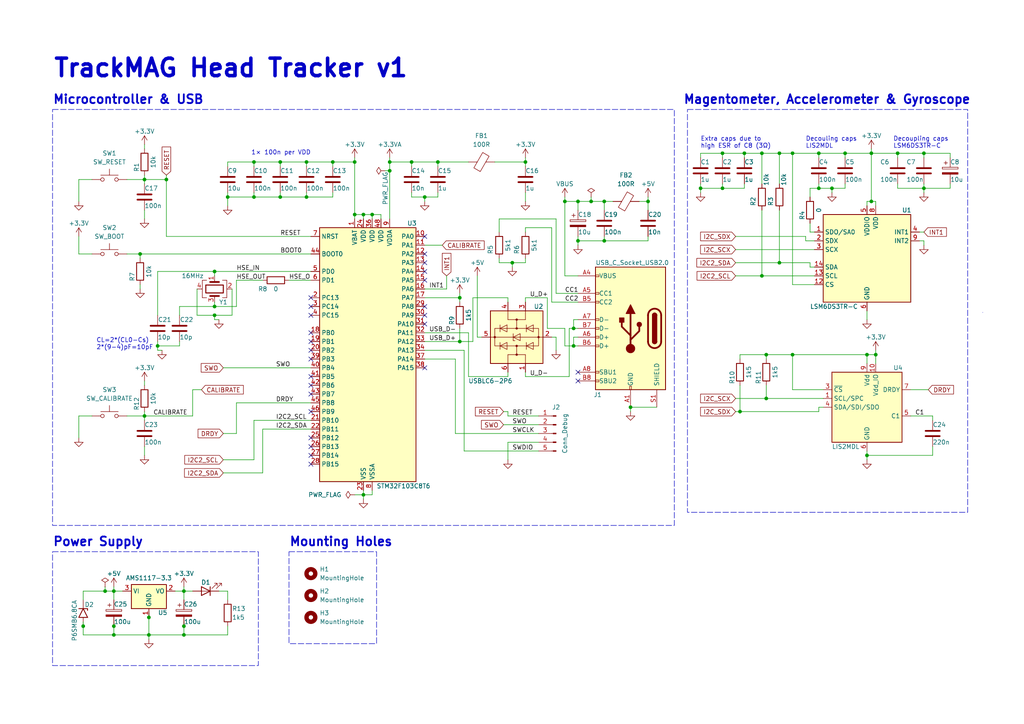
<source format=kicad_sch>
(kicad_sch (version 20230121) (generator eeschema)
  (paper "A4")
  (title_block (title "TrackMAG") (date "2023-10-06") (rev "1") (company "mupf.dev"))
  (junction (at 30.48 171.45))
  (junction (at 53.34 184.15))
  (junction (at 62.23 78.74))
  (junction (at 209.55 44.45))
  (junction (at 62.23 91.44))
  (junction (at 182.88 118.11))
  (junction (at 148.59 76.2))
  (junction (at 209.55 54.61))
  (junction (at 229.87 44.45))
  (junction (at 133.35 99.06))
  (junction (at 152.4 46.99))
  (junction (at 43.18 184.15))
  (junction (at 222.25 102.87))
  (junction (at 245.11 44.45))
  (junction (at 43.18 179.07))
  (junction (at 105.41 143.51))
  (junction (at 33.02 171.45))
  (junction (at 175.26 58.42))
  (junction (at 203.2 54.61))
  (junction (at 226.06 44.45))
  (junction (at 220.98 44.45))
  (junction (at 41.91 52.07))
  (junction (at 166.37 100.33))
  (junction (at 251.46 102.87))
  (junction (at 33.02 181.61))
  (junction (at 222.25 115.57))
  (junction (at 81.28 46.99))
  (junction (at 251.46 132.08))
  (junction (at 105.41 62.23))
  (junction (at 33.02 184.15))
  (junction (at 167.64 58.42))
  (junction (at 226.06 76.2))
  (junction (at 237.49 54.61))
  (junction (at 175.26 69.85))
  (junction (at 107.95 62.23))
  (junction (at 53.34 171.45))
  (junction (at 267.97 54.61))
  (junction (at 40.64 73.66))
  (junction (at 254 102.87))
  (junction (at 45.72 100.33))
  (junction (at 252.73 44.45))
  (junction (at 123.19 57.15))
  (junction (at 73.66 57.15))
  (junction (at 127 46.99))
  (junction (at 252.73 58.42))
  (junction (at 113.03 49.53))
  (junction (at 24.13 181.61))
  (junction (at 187.96 58.42))
  (junction (at 229.87 102.87))
  (junction (at 260.35 44.45))
  (junction (at 166.37 95.25))
  (junction (at 88.9 57.15))
  (junction (at 237.49 44.45))
  (junction (at 96.52 46.99))
  (junction (at 133.35 86.36))
  (junction (at 163.83 58.42))
  (junction (at 53.34 181.61))
  (junction (at 66.04 57.15))
  (junction (at 241.3 54.61))
  (junction (at 102.87 46.99))
  (junction (at 214.63 119.38))
  (junction (at 41.91 120.65))
  (junction (at 215.9 44.45))
  (junction (at 88.9 46.99))
  (junction (at 267.97 44.45))
  (junction (at 62.23 88.9))
  (junction (at 73.66 46.99))
  (junction (at 167.64 69.85))
  (junction (at 113.03 46.99))
  (junction (at 119.38 46.99))
  (junction (at 171.45 58.42))
  (junction (at 48.26 52.07))
  (junction (at 220.98 80.01))
  (junction (at 102.87 62.23))
  (junction (at 81.28 57.15))
  (no_connect (at 123.19 68.58))
  (no_connect (at 90.17 132.08))
  (no_connect (at 90.17 109.22))
  (no_connect (at 123.19 78.74))
  (no_connect (at 90.17 91.44))
  (no_connect (at 90.17 96.52))
  (no_connect (at 123.19 91.44))
  (no_connect (at 167.64 110.49))
  (no_connect (at 90.17 104.14))
  (no_connect (at 123.19 93.98))
  (no_connect (at 167.64 107.95))
  (no_connect (at 90.17 101.6))
  (no_connect (at 90.17 86.36))
  (no_connect (at 90.17 99.06))
  (no_connect (at 123.19 81.28))
  (no_connect (at 123.19 73.66))
  (no_connect (at 123.19 88.9))
  (no_connect (at 90.17 127))
  (no_connect (at 90.17 111.76))
  (no_connect (at 90.17 134.62))
  (no_connect (at 90.17 114.3))
  (no_connect (at 123.19 76.2))
  (no_connect (at 90.17 88.9))
  (no_connect (at 90.17 119.38))
  (no_connect (at 90.17 129.54))
  (no_connect (at 123.19 106.68))
  (wire (pts (xy 41.91 52.07) (xy 41.91 53.34)))
  (wire (pts (xy 229.87 113.03) (xy 229.87 102.87)))
  (wire (pts (xy 96.52 48.26) (xy 96.52 46.99)))
  (wire (pts (xy 152.4 55.88) (xy 152.4 58.42)))
  (wire (pts (xy 64.77 125.73) (xy 68.58 125.73)))
  (wire (pts (xy 237.49 44.45) (xy 237.49 45.72)))
  (wire (pts (xy 238.76 118.11) (xy 237.49 118.11)))
  (wire (pts (xy 167.64 68.58) (xy 167.64 69.85)))
  (wire (pts (xy 275.59 53.34) (xy 275.59 54.61)))
  (wire (pts (xy 254 105.41) (xy 254 102.87)))
  (wire (pts (xy 123.19 57.15) (xy 127 57.15)))
  (wire (pts (xy 220.98 53.34) (xy 220.98 44.45)))
  (wire (pts (xy 167.64 80.01) (xy 163.83 80.01)))
  (wire (pts (xy 215.9 53.34) (xy 215.9 54.61)))
  (wire (pts (xy 88.9 57.15) (xy 96.52 57.15)))
  (wire (pts (xy 175.26 58.42) (xy 175.26 60.96)))
  (wire (pts (xy 105.41 62.23) (xy 107.95 62.23)))
  (wire (pts (xy 24.13 173.99) (xy 24.13 171.45)))
  (wire (pts (xy 167.64 87.63) (xy 160.02 87.63)))
  (wire (pts (xy 135.89 109.22) (xy 147.32 109.22)))
  (wire (pts (xy 76.2 124.46) (xy 90.17 124.46)))
  (wire (pts (xy 105.41 142.24) (xy 105.41 143.51)))
  (wire (pts (xy 113.03 46.99) (xy 113.03 49.53)))
  (wire (pts (xy 33.02 173.99) (xy 33.02 171.45)))
  (wire (pts (xy 166.37 92.71) (xy 167.64 92.71)))
  (wire (pts (xy 41.91 119.38) (xy 41.91 120.65)))
  (wire (pts (xy 105.41 62.23) (xy 105.41 63.5)))
  (wire (pts (xy 237.49 119.38) (xy 237.49 118.11)))
  (wire (pts (xy 57.15 83.82) (xy 57.15 91.44)))
  (wire (pts (xy 234.95 64.77) (xy 234.95 67.31)))
  (wire (pts (xy 213.36 72.39) (xy 236.22 72.39)))
  (wire (pts (xy 41.91 50.8) (xy 41.91 52.07)))
  (wire (pts (xy 167.64 58.42) (xy 171.45 58.42)))
  (wire (pts (xy 245.11 44.45) (xy 245.11 45.72)))
  (wire (pts (xy 129.54 80.01) (xy 129.54 83.82)))
  (wire (pts (xy 214.63 119.38) (xy 237.49 119.38)))
  (wire (pts (xy 40.64 73.66) (xy 40.64 74.93)))
  (wire (pts (xy 107.95 62.23) (xy 107.95 63.5)))
  (wire (pts (xy 275.59 44.45) (xy 275.59 45.72)))
  (wire (pts (xy 233.68 68.58) (xy 213.36 68.58)))
  (wire (pts (xy 215.9 44.45) (xy 220.98 44.45)))
  (wire (pts (xy 158.75 95.25) (xy 163.83 95.25)))
  (wire (pts (xy 147.32 128.27) (xy 156.21 128.27)))
  (wire (pts (xy 96.52 46.99) (xy 88.9 46.99)))
  (wire (pts (xy 251.46 132.08) (xy 270.51 132.08)))
  (wire (pts (xy 146.05 119.38) (xy 147.32 119.38)))
  (wire (pts (xy 166.37 95.25) (xy 167.64 95.25)))
  (wire (pts (xy 22.86 52.07) (xy 22.86 58.42)))
  (wire (pts (xy 233.68 69.85) (xy 233.68 68.58)))
  (wire (pts (xy 43.18 184.15) (xy 53.34 184.15)))
  (wire (pts (xy 163.83 100.33) (xy 166.37 100.33)))
  (wire (pts (xy 252.73 58.42) (xy 254 58.42)))
  (wire (pts (xy 160.02 66.04) (xy 152.4 66.04)))
  (wire (pts (xy 64.77 137.16) (xy 76.2 137.16)))
  (wire (pts (xy 226.06 44.45) (xy 229.87 44.45)))
  (wire (pts (xy 36.83 120.65) (xy 41.91 120.65)))
  (wire (pts (xy 229.87 102.87) (xy 251.46 102.87)))
  (wire (pts (xy 45.72 78.74) (xy 45.72 91.44)))
  (wire (pts (xy 73.66 46.99) (xy 66.04 46.99)))
  (wire (pts (xy 209.55 44.45) (xy 203.2 44.45)))
  (wire (pts (xy 68.58 125.73) (xy 68.58 116.84)))
  (wire (pts (xy 123.19 83.82) (xy 129.54 83.82)))
  (wire (pts (xy 163.83 58.42) (xy 163.83 80.01)))
  (wire (pts (xy 251.46 102.87) (xy 251.46 105.41)))
  (wire (pts (xy 132.08 125.73) (xy 132.08 104.14)))
  (wire (pts (xy 45.72 78.74) (xy 62.23 78.74)))
  (wire (pts (xy 73.66 57.15) (xy 81.28 57.15)))
  (wire (pts (xy 147.32 119.38) (xy 147.32 120.65)))
  (wire (pts (xy 43.18 184.15) (xy 43.18 185.42)))
  (wire (pts (xy 163.83 57.15) (xy 163.83 58.42)))
  (wire (pts (xy 264.16 120.65) (xy 270.51 120.65)))
  (wire (pts (xy 81.28 55.88) (xy 81.28 57.15)))
  (wire (pts (xy 53.34 170.18) (xy 53.34 171.45)))
  (wire (pts (xy 138.43 80.01) (xy 138.43 97.79)))
  (wire (pts (xy 45.72 100.33) (xy 52.07 100.33)))
  (wire (pts (xy 123.19 71.12) (xy 128.27 71.12)))
  (wire (pts (xy 45.72 99.06) (xy 45.72 100.33)))
  (wire (pts (xy 102.87 62.23) (xy 102.87 63.5)))
  (wire (pts (xy 160.02 97.79) (xy 161.29 97.79)))
  (wire (pts (xy 251.46 58.42) (xy 251.46 59.69)))
  (wire (pts (xy 134.62 101.6) (xy 134.62 130.81)))
  (wire (pts (xy 81.28 57.15) (xy 88.9 57.15)))
  (wire (pts (xy 123.19 99.06) (xy 133.35 99.06)))
  (wire (pts (xy 73.66 55.88) (xy 73.66 57.15)))
  (wire (pts (xy 36.83 73.66) (xy 40.64 73.66)))
  (wire (pts (xy 62.23 78.74) (xy 90.17 78.74)))
  (wire (pts (xy 41.91 52.07) (xy 48.26 52.07)))
  (wire (pts (xy 241.3 54.61) (xy 237.49 54.61)))
  (wire (pts (xy 215.9 44.45) (xy 215.9 45.72)))
  (wire (pts (xy 222.25 115.57) (xy 238.76 115.57)))
  (wire (pts (xy 133.35 86.36) (xy 133.35 87.63)))
  (wire (pts (xy 251.46 90.17) (xy 251.46 92.71)))
  (wire (pts (xy 67.31 91.44) (xy 67.31 83.82)))
  (wire (pts (xy 175.26 58.42) (xy 177.8 58.42)))
  (wire (pts (xy 55.88 120.65) (xy 41.91 120.65)))
  (wire (pts (xy 236.22 82.55) (xy 229.87 82.55)))
  (wire (pts (xy 127 46.99) (xy 135.89 46.99)))
  (wire (pts (xy 161.29 97.79) (xy 161.29 101.6)))
  (wire (pts (xy 110.49 62.23) (xy 110.49 63.5)))
  (wire (pts (xy 22.86 52.07) (xy 26.67 52.07)))
  (wire (pts (xy 107.95 62.23) (xy 110.49 62.23)))
  (wire (pts (xy 187.96 68.58) (xy 187.96 69.85)))
  (wire (pts (xy 53.34 171.45) (xy 53.34 173.99)))
  (wire (pts (xy 113.03 46.99) (xy 119.38 46.99)))
  (wire (pts (xy 66.04 55.88) (xy 66.04 57.15)))
  (wire (pts (xy 233.68 69.85) (xy 236.22 69.85)))
  (wire (pts (xy 152.4 87.63) (xy 152.4 86.36)))
  (wire (pts (xy 234.95 76.2) (xy 234.95 77.47)))
  (wire (pts (xy 102.87 62.23) (xy 105.41 62.23)))
  (wire (pts (xy 102.87 45.72) (xy 102.87 46.99)))
  (wire (pts (xy 187.96 57.15) (xy 187.96 58.42)))
  (wire (pts (xy 209.55 54.61) (xy 209.55 53.34)))
  (wire (pts (xy 158.75 86.36) (xy 158.75 95.25)))
  (wire (pts (xy 152.4 46.99) (xy 152.4 48.26)))
  (wire (pts (xy 81.28 46.99) (xy 73.66 46.99)))
  (wire (pts (xy 234.95 67.31) (xy 236.22 67.31)))
  (wire (pts (xy 64.77 133.35) (xy 73.66 133.35)))
  (wire (pts (xy 214.63 102.87) (xy 222.25 102.87)))
  (wire (pts (xy 214.63 111.76) (xy 214.63 119.38)))
  (wire (pts (xy 171.45 58.42) (xy 175.26 58.42)))
  (wire (pts (xy 22.86 120.65) (xy 22.86 127)))
  (wire (pts (xy 133.35 95.25) (xy 133.35 99.06)))
  (wire (pts (xy 245.11 44.45) (xy 252.73 44.45)))
  (wire (pts (xy 171.45 57.15) (xy 171.45 58.42)))
  (wire (pts (xy 57.15 91.44) (xy 62.23 91.44)))
  (wire (pts (xy 220.98 80.01) (xy 236.22 80.01)))
  (wire (pts (xy 68.58 81.28) (xy 76.2 81.28)))
  (wire (pts (xy 76.2 137.16) (xy 76.2 124.46)))
  (wire (pts (xy 55.88 113.03) (xy 55.88 120.65)))
  (wire (pts (xy 187.96 60.96) (xy 187.96 58.42)))
  (wire (pts (xy 237.49 44.45) (xy 245.11 44.45)))
  (wire (pts (xy 167.64 58.42) (xy 167.64 60.96)))
  (wire (pts (xy 175.26 69.85) (xy 175.26 68.58)))
  (wire (pts (xy 254 101.6) (xy 254 102.87)))
  (wire (pts (xy 226.06 53.34) (xy 226.06 44.45)))
  (wire (pts (xy 152.4 109.22) (xy 152.4 107.95)))
  (wire (pts (xy 147.32 128.27) (xy 147.32 133.35)))
  (wire (pts (xy 107.95 142.24) (xy 107.95 143.51)))
  (wire (pts (xy 147.32 86.36) (xy 147.32 87.63)))
  (wire (pts (xy 119.38 46.99) (xy 127 46.99)))
  (wire (pts (xy 62.23 87.63) (xy 62.23 88.9)))
  (wire (pts (xy 52.07 88.9) (xy 52.07 91.44)))
  (wire (pts (xy 156.21 125.73) (xy 132.08 125.73)))
  (wire (pts (xy 22.86 120.65) (xy 26.67 120.65)))
  (wire (pts (xy 62.23 78.74) (xy 62.23 80.01)))
  (wire (pts (xy 123.19 86.36) (xy 133.35 86.36)))
  (wire (pts (xy 251.46 130.81) (xy 251.46 132.08)))
  (wire (pts (xy 135.89 96.52) (xy 135.89 109.22)))
  (wire (pts (xy 209.55 44.45) (xy 215.9 44.45)))
  (wire (pts (xy 133.35 99.06) (xy 137.16 99.06)))
  (wire (pts (xy 43.18 179.07) (xy 43.18 184.15)))
  (wire (pts (xy 167.64 69.85) (xy 167.64 71.12)))
  (wire (pts (xy 123.19 57.15) (xy 123.19 58.42)))
  (wire (pts (xy 33.02 170.18) (xy 33.02 171.45)))
  (wire (pts (xy 88.9 46.99) (xy 81.28 46.99)))
  (wire (pts (xy 68.58 88.9) (xy 68.58 81.28)))
  (wire (pts (xy 30.48 170.18) (xy 30.48 171.45)))
  (wire (pts (xy 146.05 123.19) (xy 156.21 123.19)))
  (wire (pts (xy 58.42 113.03) (xy 55.88 113.03)))
  (wire (pts (xy 62.23 91.44) (xy 67.31 91.44)))
  (wire (pts (xy 66.04 181.61) (xy 66.04 184.15)))
  (wire (pts (xy 52.07 88.9) (xy 62.23 88.9)))
  (wire (pts (xy 252.73 44.45) (xy 252.73 58.42)))
  (wire (pts (xy 123.19 101.6) (xy 134.62 101.6)))
  (wire (pts (xy 30.48 171.45) (xy 33.02 171.45)))
  (wire (pts (xy 226.06 60.96) (xy 226.06 76.2)))
  (wire (pts (xy 220.98 44.45) (xy 226.06 44.45)))
  (wire (pts (xy 213.36 119.38) (xy 214.63 119.38)))
  (wire (pts (xy 260.35 44.45) (xy 260.35 45.72)))
  (wire (pts (xy 63.5 171.45) (xy 66.04 171.45)))
  (wire (pts (xy 62.23 91.44) (xy 62.23 92.71)))
  (wire (pts (xy 53.34 171.45) (xy 55.88 171.45)))
  (wire (pts (xy 134.62 130.81) (xy 156.21 130.81)))
  (wire (pts (xy 45.72 100.33) (xy 45.72 101.6)))
  (wire (pts (xy 213.36 76.2) (xy 226.06 76.2)))
  (wire (pts (xy 222.25 102.87) (xy 222.25 104.14)))
  (wire (pts (xy 66.04 46.99) (xy 66.04 48.26)))
  (wire (pts (xy 105.41 143.51) (xy 107.95 143.51)))
  (wire (pts (xy 266.7 69.85) (xy 267.97 69.85)))
  (wire (pts (xy 66.04 57.15) (xy 73.66 57.15)))
  (wire (pts (xy 137.16 86.36) (xy 137.16 99.06)))
  (wire (pts (xy 43.18 177.8) (xy 43.18 179.07)))
  (wire (pts (xy 66.04 171.45) (xy 66.04 173.99)))
  (wire (pts (xy 127 55.88) (xy 127 57.15)))
  (wire (pts (xy 226.06 76.2) (xy 234.95 76.2)))
  (wire (pts (xy 41.91 110.49) (xy 41.91 111.76)))
  (wire (pts (xy 119.38 55.88) (xy 119.38 57.15)))
  (wire (pts (xy 267.97 54.61) (xy 267.97 53.34)))
  (wire (pts (xy 144.78 63.5) (xy 161.29 63.5)))
  (wire (pts (xy 270.51 129.54) (xy 270.51 132.08)))
  (wire (pts (xy 161.29 85.09) (xy 167.64 85.09)))
  (wire (pts (xy 33.02 181.61) (xy 33.02 184.15)))
  (wire (pts (xy 138.43 97.79) (xy 139.7 97.79)))
  (wire (pts (xy 144.78 76.2) (xy 148.59 76.2)))
  (wire (pts (xy 144.78 74.93) (xy 144.78 76.2)))
  (wire (pts (xy 81.28 46.99) (xy 81.28 48.26)))
  (wire (pts (xy 83.82 81.28) (xy 90.17 81.28)))
  (wire (pts (xy 33.02 184.15) (xy 24.13 184.15)))
  (wire (pts (xy 213.36 80.01) (xy 220.98 80.01)))
  (wire (pts (xy 209.55 44.45) (xy 209.55 45.72)))
  (wire (pts (xy 102.87 46.99) (xy 102.87 62.23)))
  (wire (pts (xy 251.46 132.08) (xy 251.46 133.35)))
  (wire (pts (xy 187.96 58.42) (xy 185.42 58.42)))
  (wire (pts (xy 48.26 68.58) (xy 90.17 68.58)))
  (wire (pts (xy 33.02 180.34) (xy 33.02 181.61)))
  (wire (pts (xy 152.4 45.72) (xy 152.4 46.99)))
  (wire (pts (xy 260.35 54.61) (xy 267.97 54.61)))
  (wire (pts (xy 40.64 82.55) (xy 40.64 83.82)))
  (wire (pts (xy 264.16 113.03) (xy 269.24 113.03)))
  (wire (pts (xy 251.46 102.87) (xy 254 102.87)))
  (wire (pts (xy 102.87 143.51) (xy 105.41 143.51)))
  (wire (pts (xy 41.91 60.96) (xy 41.91 63.5)))
  (wire (pts (xy 147.32 109.22) (xy 147.32 107.95)))
  (wire (pts (xy 53.34 184.15) (xy 53.34 181.61)))
  (wire (pts (xy 161.29 63.5) (xy 161.29 85.09)))
  (wire (pts (xy 137.16 86.36) (xy 147.32 86.36)))
  (wire (pts (xy 152.4 74.93) (xy 152.4 76.2)))
  (wire (pts (xy 113.03 49.53) (xy 113.03 63.5)))
  (wire (pts (xy 237.49 53.34) (xy 237.49 54.61)))
  (wire (pts (xy 33.02 184.15) (xy 43.18 184.15)))
  (wire (pts (xy 229.87 82.55) (xy 229.87 44.45)))
  (wire (pts (xy 270.51 121.92) (xy 270.51 120.65)))
  (wire (pts (xy 62.23 92.71) (xy 63.5 92.71)))
  (wire (pts (xy 203.2 54.61) (xy 209.55 54.61)))
  (wire (pts (xy 241.3 54.61) (xy 245.11 54.61)))
  (wire (pts (xy 166.37 100.33) (xy 167.64 100.33)))
  (wire (pts (xy 267.97 69.85) (xy 267.97 71.12)))
  (wire (pts (xy 40.64 73.66) (xy 90.17 73.66)))
  (wire (pts (xy 133.35 85.09) (xy 133.35 86.36)))
  (wire (pts (xy 267.97 54.61) (xy 267.97 55.88)))
  (wire (pts (xy 147.32 120.65) (xy 156.21 120.65)))
  (wire (pts (xy 48.26 52.07) (xy 48.26 68.58)))
  (wire (pts (xy 24.13 171.45) (xy 30.48 171.45)))
  (wire (pts (xy 222.25 111.76) (xy 222.25 115.57)))
  (wire (pts (xy 214.63 104.14) (xy 214.63 102.87)))
  (wire (pts (xy 238.76 113.03) (xy 229.87 113.03)))
  (wire (pts (xy 68.58 116.84) (xy 90.17 116.84)))
  (wire (pts (xy 96.52 55.88) (xy 96.52 57.15)))
  (wire (pts (xy 41.91 129.54) (xy 41.91 132.08)))
  (wire (pts (xy 52.07 100.33) (xy 52.07 99.06)))
  (wire (pts (xy 267.97 44.45) (xy 275.59 44.45)))
  (wire (pts (xy 41.91 41.91) (xy 41.91 43.18)))
  (wire (pts (xy 252.73 58.42) (xy 251.46 58.42)))
  (wire (pts (xy 252.73 44.45) (xy 260.35 44.45)))
  (wire (pts (xy 24.13 181.61) (xy 24.13 184.15)))
  (wire (pts (xy 203.2 44.45) (xy 203.2 45.72)))
  (wire (pts (xy 182.88 118.11) (xy 190.5 118.11)))
  (wire (pts (xy 113.03 45.72) (xy 113.03 46.99)))
  (wire (pts (xy 123.19 104.14) (xy 132.08 104.14)))
  (wire (pts (xy 187.96 69.85) (xy 175.26 69.85)))
  (wire (pts (xy 166.37 92.71) (xy 166.37 95.25)))
  (wire (pts (xy 105.41 143.51) (xy 105.41 144.78)))
  (wire (pts (xy 143.51 46.99) (xy 152.4 46.99)))
  (wire (pts (xy 45.72 101.6) (xy 46.99 101.6)))
  (wire (pts (xy 260.35 53.34) (xy 260.35 54.61)))
  (wire (pts (xy 48.26 50.8) (xy 48.26 52.07)))
  (wire (pts (xy 167.64 69.85) (xy 175.26 69.85)))
  (wire (pts (xy 182.88 119.38) (xy 182.88 118.11)))
  (wire (pts (xy 165.1 95.25) (xy 166.37 95.25)))
  (wire (pts (xy 254 59.69) (xy 254 58.42)))
  (wire (pts (xy 152.4 66.04) (xy 152.4 67.31)))
  (wire (pts (xy 96.52 46.99) (xy 102.87 46.99)))
  (wire (pts (xy 275.59 54.61) (xy 267.97 54.61)))
  (wire (pts (xy 66.04 57.15) (xy 66.04 59.69)))
  (wire (pts (xy 241.3 54.61) (xy 241.3 55.88)))
  (wire (pts (xy 234.95 57.15) (xy 234.95 54.61)))
  (wire (pts (xy 22.86 73.66) (xy 26.67 73.66)))
  (wire (pts (xy 260.35 44.45) (xy 267.97 44.45)))
  (wire (pts (xy 36.83 52.07) (xy 41.91 52.07)))
  (wire (pts (xy 203.2 54.61) (xy 203.2 55.88)))
  (wire (pts (xy 53.34 180.34) (xy 53.34 181.61)))
  (wire (pts (xy 220.98 60.96) (xy 220.98 80.01)))
  (wire (pts (xy 152.4 86.36) (xy 158.75 86.36)))
  (wire (pts (xy 111.76 49.53) (xy 113.03 49.53)))
  (wire (pts (xy 73.66 133.35) (xy 73.66 121.92)))
  (wire (pts (xy 234.95 54.61) (xy 237.49 54.61)))
  (wire (pts (xy 213.36 115.57) (xy 222.25 115.57)))
  (wire (pts (xy 252.73 43.18) (xy 252.73 44.45)))
  (wire (pts (xy 123.19 57.15) (xy 119.38 57.15)))
  (wire (pts (xy 266.7 67.31) (xy 267.97 67.31)))
  (wire (pts (xy 24.13 180.34) (xy 24.13 181.61)))
  (wire (pts (xy 234.95 77.47) (xy 236.22 77.47)))
  (wire (pts (xy 165.1 109.22) (xy 165.1 95.25)))
  (wire (pts (xy 66.04 184.15) (xy 53.34 184.15)))
  (wire (pts (xy 64.77 106.68) (xy 90.17 106.68)))
  (wire (pts (xy 229.87 44.45) (xy 237.49 44.45)))
  (wire (pts (xy 163.83 95.25) (xy 163.83 100.33)))
  (wire (pts (xy 73.66 121.92) (xy 90.17 121.92)))
  (wire (pts (xy 127 46.99) (xy 127 48.26)))
  (wire (pts (xy 222.25 102.87) (xy 229.87 102.87)))
  (wire (pts (xy 33.02 171.45) (xy 35.56 171.45)))
  (wire (pts (xy 148.59 76.2) (xy 152.4 76.2)))
  (wire (pts (xy 73.66 46.99) (xy 73.66 48.26)))
  (wire (pts (xy 160.02 87.63) (xy 160.02 66.04)))
  (wire (pts (xy 22.86 68.58) (xy 22.86 73.66)))
  (wire (pts (xy 215.9 54.61) (xy 209.55 54.61)))
  (wire (pts (xy 267.97 44.45) (xy 267.97 45.72)))
  (wire (pts (xy 166.37 97.79) (xy 166.37 100.33)))
  (wire (pts (xy 167.64 97.79) (xy 166.37 97.79)))
  (wire (pts (xy 144.78 67.31) (xy 144.78 63.5)))
  (wire (pts (xy 203.2 53.34) (xy 203.2 54.61)))
  (wire (pts (xy 152.4 109.22) (xy 165.1 109.22)))
  (wire (pts (xy 245.11 53.34) (xy 245.11 54.61)))
  (wire (pts (xy 119.38 46.99) (xy 119.38 48.26)))
  (wire (pts (xy 41.91 120.65) (xy 41.91 121.92)))
  (wire (pts (xy 88.9 55.88) (xy 88.9 57.15)))
  (wire (pts (xy 50.8 171.45) (xy 53.34 171.45)))
  (wire (pts (xy 163.83 58.42) (xy 167.64 58.42)))
  (wire (pts (xy 62.23 88.9) (xy 68.58 88.9)))
  (wire (pts (xy 148.59 76.2) (xy 148.59 77.47)))
  (wire (pts (xy 123.19 96.52) (xy 135.89 96.52)))
  (wire (pts (xy 88.9 46.99) (xy 88.9 48.26)))
  (rectangle (start 15.24 160.02) (end 74.93 193.04) (stroke (width 0) (type dash)))
  (rectangle (start 199.39 31.75) (end 280.67 148.59) (stroke (width 0) (type dash)))
  (rectangle (start 83.82 160.02) (end 109.22 186.69) (stroke (width 0) (type dash)))
  (rectangle (start 285.0388 90.6272) (end 285.0388 90.6272))
  (rectangle (start 15.24 31.75) (end 195.58 152.4) (stroke (width 0) (type dash)))
  (text "Microcontroller & USB" (at 15.24 30.48 0) (effects (font (size 2.54 2.54) bold) (justify left bottom)))
  (text "Power Supply" (at 15.24 158.75 0) (effects (font (size 2.54 2.54) bold) (justify left bottom)))
  (text "TrackMAG Head Tracker v1" (at 15.24 22.86 0) (effects (font (size 5.08 5.08) bold) (justify left bottom)))
  (text "1× 100n per VDD" (at 72.8472 45.1104 0) (effects (font (size 1.27 1.27)) (justify left bottom)))
  (text "CL=2*(CL0-Cs)\n2*(9-4)pF=10pF" (at 27.94 101.6 0) (effects (font (size 1.27 1.27)) (justify left bottom)))
  (text "Decoupling caps\nLSM6DS3TR-C" (at 259.08 43.18 0) (effects (font (size 1.27 1.27)) (justify left bottom)))
  (text "Decouling caps\nLIS2MDL" (at 233.68 43.18 0) (effects (font (size 1.27 1.27)) (justify left bottom)))
  (text "Magentometer, Accelerometer & Gyroscope" (at 198.12 30.48 0) (effects (font (size 2.54 2.54) bold) (justify left bottom)))
  (text "Mounting Holes" (at 83.82 158.75 0) (effects (font (size 2.54 2.54) bold) (justify left bottom)))
  (text "Extra caps due to\nhigh ESR of C8 (3Ω)" (at 203.2 43.18 0) (effects (font (size 1.27 1.27)) (justify left bottom)))
  (label "USB_D-" (at 124.46 96.52 0))
  (label "CALIBRATE" (at 44.45 120.65 0))
  (label "HSE_OUT" (at 68.58 81.28 0))
  (label "RESET" (at 81.28 68.58 0))
  (label "RESET" (at 148.59 120.65 0))
  (label "HSE_O" (at 83.82 81.28 0))
  (label "SWO" (at 148.59 123.19 0))
  (label "I2C2_SCL" (at 80.01 121.92 0))
  (label "I2C2_SDA" (at 80.01 124.46 0))
  (label "INT1" (at 124.46 83.82 0))
  (label "DRDY" (at 80.01 116.84 0))
  (label "CC1" (at 163.83 85.09 0))
  (label "CC2" (at 163.83 87.63 0))
  (label "BOOT0" (at 81.28 73.66 0))
  (label "C1" (at 265.43 120.65 0))
  (label "U_D-" (at 153.67 109.22 0))
  (label "USB_D+" (at 124.46 99.06 0))
  (label "SWDIO" (at 148.59 130.81 0))
  (label "SWCLK" (at 148.59 125.73 0))
  (label "SWO" (at 80.01 106.68 0))
  (label "U_D+" (at 153.67 86.36 0))
  (label "HSE_IN" (at 68.58 78.74 0))
  (global_label "I2C2_SDA" (shape input) (at 213.36 76.2 180) (property "Intersheetrefs" "${INTERSHEET_REFS}" (effects hide)))
  (global_label "RESET" (shape input) (at 146.05 119.38 180) (property "Intersheetrefs" "${INTERSHEET_REFS}" (effects hide)))
  (global_label "RESET" (shape input) (at 48.26 50.8 90) (property "Intersheetrefs" "${INTERSHEET_REFS}" (effects hide)))
  (global_label "INT1" (shape input) (at 129.54 80.01 90) (property "Intersheetrefs" "${INTERSHEET_REFS}" (effects hide)))
  (global_label "DRDY" (shape input) (at 64.77 125.73 180) (property "Intersheetrefs" "${INTERSHEET_REFS}" (effects hide)))
  (global_label "I2C2_SCL" (shape input) (at 64.77 133.35 180) (property "Intersheetrefs" "${INTERSHEET_REFS}" (effects hide)))
  (global_label "CALIBRATE" (shape input) (at 58.42 113.03 0) (property "Intersheetrefs" "${INTERSHEET_REFS}" (effects hide)))
  (global_label "SWO" (shape input) (at 64.77 106.68 180) (property "Intersheetrefs" "${INTERSHEET_REFS}" (effects hide)))
  (global_label "I2C_SCX" (shape input) (at 213.36 72.39 180) (property "Intersheetrefs" "${INTERSHEET_REFS}" (effects hide)))
  (global_label "DRDY" (shape input) (at 269.24 113.03 0) (property "Intersheetrefs" "${INTERSHEET_REFS}" (effects hide)))
  (global_label "I2C_SCX" (shape input) (at 213.36 115.57 180) (property "Intersheetrefs" "${INTERSHEET_REFS}" (effects hide)))
  (global_label "INT1" (shape input) (at 267.97 67.31 0) (property "Intersheetrefs" "${INTERSHEET_REFS}" (effects hide)))
  (global_label "I2C2_SDA" (shape input) (at 64.77 137.16 180) (property "Intersheetrefs" "${INTERSHEET_REFS}" (effects hide)))
  (global_label "I2C_SDX" (shape input) (at 213.36 119.38 180) (property "Intersheetrefs" "${INTERSHEET_REFS}" (effects hide)))
  (global_label "CALIBRATE" (shape input) (at 128.27 71.12 0) (property "Intersheetrefs" "${INTERSHEET_REFS}" (effects hide)))
  (global_label "I2C2_SCL" (shape input) (at 213.36 80.01 180) (property "Intersheetrefs" "${INTERSHEET_REFS}" (effects hide)))
  (global_label "I2C_SDX" (shape input) (at 213.36 68.58 180) (property "Intersheetrefs" "${INTERSHEET_REFS}" (effects hide)))
  (global_label "SWO" (shape input) (at 146.05 123.19 180) (property "Intersheetrefs" "${INTERSHEET_REFS}" (effects hide)))
  (symbol (lib_id "power:GND") (at 66.04 59.69 0) (unit 1)
    (property "Reference" "#PWR014" (effects hide))
    (property "Value" "GND" (effects hide))
  )
  (symbol (lib_id "Device:R") (at 40.64 78.74 180) (unit 1)
    (property "Reference" "R7" (at 38.354 80.264 90))
    (property "Value" "10k" (at 43.18 78.74 90))
    (property "Footprint" "TrackMAG:R_0402_1005Metric" (effects hide))
    (property "JLCPCB Part #" "C25744" (effects hide))
  )
  (symbol (lib_id "Device:C") (at 52.07 95.25 0) (unit 1)
    (property "Reference" "C22" (at 52.1716 92.71 0) (effects (justify left)))
    (property "Value" "10p" (at 52.07 97.79 0) (effects (justify left)))
    (property "Footprint" "TrackMAG:C_0402_1005Metric" (effects hide))
    (property "JLCPCB Part #" "C32949" (effects hide))
  )
  (symbol (lib_id "power:+3.3V") (at 53.34 170.18 0) (unit 1)
    (property "Reference" "#PWR037" (effects hide))
    (property "Value" "+3.3V" (at 53.34 166.37 0))
  )
  (symbol (lib_id "Device:C") (at 245.11 49.53 0) (unit 1)
    (property "Reference" "C5" (at 245.11 46.99 0) (effects (justify left)))
    (property "Value" "100n" (at 245.11 52.07 0) (effects (justify left)))
    (property "Footprint" "TrackMAG:C_0402_1005Metric" (effects hide))
    (property "JLCPCB Part #" "C307331" (effects hide))
  )
  (symbol (lib_id "LSM6DS3TR-C:LSM6DS3TR-C") (at 251.46 74.93 0) (unit 1)
    (property "Reference" "U1" (at 261.62 60.96 0) (effects (justify left)))
    (property "Value" "LSM6DS3TR-C" (at 234.95 88.9 0) (effects (justify left)))
    (property "Footprint" "TrackMAG:LGA-14_3x2.5mm_P0.5mm_LayoutBorder3x4y" (effects hide))
    (property "Datasheet" "https://www.st.com/resource/en/datasheet/lsm6ds3tr-c.pdf" (effects hide))
    (property "JLCPCB Part #" "C967633" (effects hide))
  )
  (symbol (lib_id "Sensor_Magnetic:LIS2MDL") (at 251.46 118.11 0) (unit 1)
    (property "Reference" "U4" (at 259.08 106.68 0) (effects (justify left)))
    (property "Value" "LIS2MDL" (at 241.3 129.54 0) (effects (justify left)))
    (property "Footprint" "TrackMAG:LGA-12_2x2mm_P0.5mm" (effects hide))
    (property "Datasheet" "https://www.st.com/resource/en/datasheet/lis2mdl.pdf" (effects hide))
    (property "JLCPCB Part #" "C919695" (effects hide))
  )
  (symbol (lib_id "power:VBUS") (at 163.83 57.15 0) (unit 1)
    (property "Reference" "#PWR09" (effects hide))
    (property "Value" "VBUS" (at 163.83 53.34 0))
  )
  (symbol (lib_id "power:GND") (at 43.18 185.42 0) (unit 1)
    (property "Reference" "#PWR038" (effects hide))
    (property "Value" "GND" (effects hide))
  )
  (symbol (lib_id "power:+3.3VA") (at 113.03 45.72 0) (unit 1)
    (property "Reference" "#PWR04" (effects hide))
    (property "Value" "+3.3VA" (at 113.03 41.91 0))
  )
  (symbol (lib_id "power:PWR_FLAG") (at 171.45 57.15 0) (unit 1)
    (property "Reference" "#FLG02" (effects hide))
    (property "Value" "PWR_FLAG" (effects hide))
  )
  (symbol (lib_id "power:GND") (at 251.46 92.71 0) (unit 1)
    (property "Reference" "#PWR024" (effects hide))
    (property "Value" "GND" (effects hide))
  )
  (symbol (lib_id "Mechanical:MountingHole") (at 90.17 172.72 0) (unit 1) (in_bom no)
    (property "Reference" "H2" (at 92.71 171.45 0) (effects (justify left)))
    (property "Value" "MountingHole" (at 92.71 173.99 0) (effects (justify left)))
    (property "Footprint" "MountingHole:MountingHole_2.1mm" (effects hide))
  )
  (symbol (lib_id "Device:R") (at 226.06 57.15 180) (unit 1)
    (property "Reference" "R3" (at 223.52 58.42 90))
    (property "Value" "10k" (at 227.33 52.07 90))
    (property "Footprint" "TrackMAG:R_0402_1005Metric" (effects hide))
    (property "JLCPCB Part #" "C25744" (effects hide))
  )
  (symbol (lib_id "Device:R") (at 152.4 71.12 180) (unit 1)
    (property "Reference" "R6" (at 149.86 72.39 90))
    (property "Value" "5k1" (at 154.94 71.12 90))
    (property "Footprint" "TrackMAG:R_0402_1005Metric" (effects hide))
    (property "JLCPCB Part #" "C25905 " (effects hide))
  )
  (symbol (lib_id "power:+3.3V") (at 152.4 45.72 0) (unit 1)
    (property "Reference" "#PWR05" (effects hide))
    (property "Value" "+3.3V" (at 152.4 41.91 0))
  )
  (symbol (lib_id "Device:C_Polarized") (at 275.59 49.53 0) (unit 1)
    (property "Reference" "C8" (at 275.59 46.99 0) (effects (justify left)))
    (property "Value" "10u" (at 275.59 52.07 0) (effects (justify left)))
    (property "Footprint" "Capacitor_Tantalum_SMD:CP_EIA-3216-18_Kemet-A" (effects hide))
    (property "JLCPCB Part #" "C7171" (effects hide))
  )
  (symbol (lib_id "Device:C") (at 209.55 49.53 0) (unit 1)
    (property "Reference" "C2" (at 209.55 46.99 0) (effects (justify left)))
    (property "Value" "1u" (at 209.55 52.07 0) (effects (justify left)))
    (property "Footprint" "TrackMAG:C_0402_1005Metric" (effects hide))
    (property "JLCPCB Part #" "C52923" (effects hide))
  )
  (symbol (lib_id "Device:C") (at 267.97 49.53 0) (unit 1)
    (property "Reference" "C7" (at 262.89 46.99 0) (effects (justify left)))
    (property "Value" "100n" (at 262.89 52.07 0) (effects (justify left)))
    (property "Footprint" "TrackMAG:C_0402_1005Metric" (effects hide))
    (property "JLCPCB Part #" "C307331" (effects hide))
  )
  (symbol (lib_id "Switch:SW_Push") (at 31.75 120.65 0) (unit 1)
    (property "Reference" "SW3" (at 31.75 113.03 0))
    (property "Value" "SW_CALIBRATE" (at 31.75 115.57 0))
    (property "Footprint" "TrackMAG:SW_Push_1P1T_XKB_TS-1187A_CALIBRATE" (effects hide))
    (property "JLCPCB Part #" "C318884" (effects hide))
  )
  (symbol (lib_id "power:PWR_FLAG") (at 102.87 143.51 90) (unit 1)
    (property "Reference" "#FLG03" (effects hide))
    (property "Value" "PWR_FLAG" (at 99.06 143.51 90) (effects (justify left)))
  )
  (symbol (lib_id "Device:C") (at 88.9 52.07 0) (unit 1)
    (property "Reference" "C12" (at 88.9 49.53 0) (effects (justify left)))
    (property "Value" "100n" (at 88.9 54.61 0) (effects (justify left)))
    (property "Footprint" "TrackMAG:C_0402_1005Metric" (effects hide))
    (property "JLCPCB Part #" "C307331" (effects hide))
  )
  (symbol (lib_id "power:GND") (at 46.99 101.6 0) (unit 1)
    (property "Reference" "#PWR026" (effects hide))
    (property "Value" "GND" (effects hide))
  )
  (symbol (lib_id "Device:C") (at 81.28 52.07 0) (unit 1)
    (property "Reference" "C11" (at 81.28 49.53 0) (effects (justify left)))
    (property "Value" "100n" (at 81.28 54.61 0) (effects (justify left)))
    (property "Footprint" "TrackMAG:C_0402_1005Metric" (effects hide))
    (property "JLCPCB Part #" "C307331" (effects hide))
  )
  (symbol (lib_id "Device:R") (at 144.78 71.12 180) (unit 1)
    (property "Reference" "R5" (at 142.24 72.39 90))
    (property "Value" "5k1" (at 147.32 71.12 90))
    (property "Footprint" "TrackMAG:R_0402_1005Metric" (effects hide))
    (property "JLCPCB Part #" "C25905 " (effects hide))
  )
  (symbol (lib_id "power:GND") (at 123.19 58.42 0) (unit 1)
    (property "Reference" "#PWR012" (effects hide))
    (property "Value" "GND" (effects hide))
  )
  (symbol (lib_id "power:+3.3V") (at 102.87 45.72 0) (unit 1)
    (property "Reference" "#PWR03" (effects hide))
    (property "Value" "+3.3V" (at 102.87 41.91 0))
  )
  (symbol (lib_id "Switch:SW_Push") (at 31.75 73.66 0) (unit 1)
    (property "Reference" "SW2" (at 31.75 66.04 0))
    (property "Value" "SW_BOOT" (at 31.75 68.58 0))
    (property "Footprint" "TrackMAG:SW_Push_1P1T_XKB_TS-1187A_BOOT" (effects hide))
    (property "JLCPCB Part #" "C318884" (effects hide))
  )
  (symbol (lib_id "Device:C") (at 41.91 57.15 0) (unit 1)
    (property "Reference" "C17" (at 41.91 54.61 0) (effects (justify left)))
    (property "Value" "100n" (at 41.91 59.69 0) (effects (justify left)))
    (property "Footprint" "TrackMAG:C_0402_1005Metric" (effects hide))
    (property "JLCPCB Part #" "C307331" (effects hide))
  )
  (symbol (lib_id "Device:R") (at 133.35 91.44 180) (unit 1)
    (property "Reference" "R9" (at 131.064 92.964 90))
    (property "Value" "1k5" (at 135.89 91.44 90))
    (property "Footprint" "TrackMAG:R_0402_1005Metric" (effects hide))
    (property "JLCPCB Part #" "C25867" (effects hide))
  )
  (symbol (lib_id "power:PWR_FLAG") (at 111.76 49.53 90) (unit 1)
    (property "Reference" "#FLG01" (effects hide))
    (property "Value" "PWR_FLAG" (at 111.76 54.61 0))
  )
  (symbol (lib_id "Device:C") (at 45.72 95.25 0) (unit 1)
    (property "Reference" "C21" (at 45.8216 92.71 0) (effects (justify left)))
    (property "Value" "10p" (at 45.72 97.79 0) (effects (justify left)))
    (property "Footprint" "TrackMAG:C_0402_1005Metric" (effects hide))
    (property "JLCPCB Part #" "C32949" (effects hide))
  )
  (symbol (lib_id "Device:R") (at 41.91 46.99 180) (unit 1)
    (property "Reference" "R1" (at 39.624 48.514 90))
    (property "Value" "10k" (at 44.45 46.99 90))
    (property "Footprint" "TrackMAG:R_0402_1005Metric" (effects hide))
    (property "JLCPCB Part #" "C25744" (effects hide))
  )
  (symbol (lib_id "power:+3.3V") (at 41.91 41.91 0) (unit 1)
    (property "Reference" "#PWR01" (effects hide))
    (property "Value" "+3.3V" (at 41.91 38.1 0))
  )
  (symbol (lib_id "power:GND") (at 147.32 133.35 0) (unit 1)
    (property "Reference" "#PWR033" (effects hide))
    (property "Value" "GND" (effects hide))
  )
  (symbol (lib_id "power:+3.3V") (at 22.86 68.58 0) (unit 1)
    (property "Reference" "#PWR016" (effects hide))
    (property "Value" "+3.3V" (at 22.86 64.77 0))
  )
  (symbol (lib_id "Mechanical:MountingHole") (at 90.17 166.37 0) (unit 1) (in_bom no)
    (property "Reference" "H1" (at 92.71 165.1 0) (effects (justify left)))
    (property "Value" "MountingHole" (at 92.71 167.64 0) (effects (justify left)))
    (property "Footprint" "MountingHole:MountingHole_2.1mm" (effects hide))
  )
  (symbol (lib_id "power:GND") (at 267.97 55.88 0) (unit 1)
    (property "Reference" "#PWR08" (effects hide))
    (property "Value" "GND" (effects hide))
  )
  (symbol (lib_id "Device:C") (at 260.35 49.53 0) (unit 1)
    (property "Reference" "C6" (at 255.27 46.99 0) (effects (justify left)))
    (property "Value" "100n" (at 255.27 52.07 0) (effects (justify left)))
    (property "Footprint" "TrackMAG:C_0402_1005Metric" (effects hide))
    (property "JLCPCB Part #" "C307331" (effects hide))
  )
  (symbol (lib_id "power:GND") (at 22.86 58.42 0) (unit 1)
    (property "Reference" "#PWR011" (effects hide))
    (property "Value" "GND" (effects hide))
  )
  (symbol (lib_id "Device:FerriteBead") (at 139.7 46.99 90) (unit 1)
    (property "Reference" "FB1" (at 139.6492 39.37 90))
    (property "Value" "100R" (at 139.6492 41.91 90))
    (property "Footprint" "Resistor_SMD:R_0805_2012Metric" (effects hide))
    (property "JLCPCB Part #" "C1015" (effects hide))
  )
  (symbol (lib_id "Device:C") (at 175.26 64.77 0) (unit 1)
    (property "Reference" "C19" (at 175.26 62.23 0) (effects (justify left)))
    (property "Value" "100n" (at 175.26 67.31 0) (effects (justify left)))
    (property "Footprint" "TrackMAG:C_0402_1005Metric" (effects hide))
    (property "JLCPCB Part #" "C307331" (effects hide))
  )
  (symbol (lib_id "Device:C_Polarized") (at 33.02 177.8 0) (unit 1)
    (property "Reference" "C25" (at 33.02 175.26 0) (effects (justify left)))
    (property "Value" "100u" (at 33.02 180.34 0) (effects (justify left)))
    (property "Footprint" "Capacitor_Tantalum_SMD:CP_EIA-3528-21_Kemet-B" (effects hide))
    (property "JLCPCB Part #" "C16133" (effects hide))
  )
  (symbol (lib_id "Diode:SM6T6V8A") (at 24.13 177.8 270) (unit 1)
    (property "Reference" "D2" (at 24.5364 175.3616 90) (effects (justify left)))
    (property "Value" "P6SMB6.8CA" (at 21.59 173.99 0) (effects (justify left)))
    (property "Footprint" "Diode_SMD:D_SMB" (effects hide))
    (property "Datasheet" "https://www.st.com/resource/en/datasheet/sm6t.pdf" (effects hide))
    (property "JLCPCB Part #" "C78395" (effects hide))
  )
  (symbol (lib_id "Connector:Conn_01x05_Pin") (at 161.29 125.73 0) (mirror y) (unit 1) (in_bom no)
    (property "Reference" "J2" (at 161.29 118.11 0))
    (property "Value" "Conn_Debug" (at 163.83 125.73 90))
    (property "Footprint" "TrackMAG:PinHeader_1x05_P2.54mm_Debug" (effects hide))
  )
  (symbol (lib_id "power:+3.3V") (at 133.35 85.09 0) (unit 1)
    (property "Reference" "#PWR021" (effects hide))
    (property "Value" "+3.3V" (at 133.35 81.28 0))
  )
  (symbol (lib_id "Device:LED") (at 59.69 171.45 180) (unit 1)
    (property "Reference" "D1" (at 59.69 168.91 0))
    (property "Value" "LED" (effects hide))
    (property "Footprint" "LED_SMD:LED_0603_1608Metric" (effects hide))
    (property "JLCPCB Part #" "C2286" (effects hide))
  )
  (symbol (lib_id "Device:C") (at 73.66 52.07 0) (unit 1)
    (property "Reference" "C10" (at 73.66 49.53 0) (effects (justify left)))
    (property "Value" "100n" (at 73.66 54.61 0) (effects (justify left)))
    (property "Footprint" "TrackMAG:C_0402_1005Metric" (effects hide))
    (property "JLCPCB Part #" "C307331" (effects hide))
  )
  (symbol (lib_id "Connector:USB_C_Receptacle_USB2.0") (at 182.88 95.25 0) (mirror y) (unit 1)
    (property "Reference" "J1" (at 172.1612 114.5032 0) (effects (justify right)))
    (property "Value" "USB_C_Socket_USB2.0" (at 172.72 76.2 0) (effects (justify right)))
    (property "Footprint" "TrackMAG:USB_C_Receptacle_G-Switch_GT-USB-7010ASV" (effects hide))
    (property "Datasheet" "https://www.usb.org/sites/default/files/documents/usb_type-c.zip" (effects hide))
    (property "JLCPCB Part #" "C2988369" (effects hide))
  )
  (symbol (lib_id "Device:R") (at 234.95 60.96 180) (unit 1)
    (property "Reference" "R4" (at 232.664 62.484 90))
    (property "Value" "0" (at 237.49 60.96 90))
    (property "Footprint" "TrackMAG:R_0402_1005Metric" (effects hide))
    (property "JLCPCB Part #" "C17168" (effects hide))
  )
  (symbol (lib_id "power:GND") (at 22.86 127 0) (unit 1)
    (property "Reference" "#PWR031" (effects hide))
    (property "Value" "GND" (effects hide))
  )
  (symbol (lib_id "power:+3.3V") (at 254 101.6 0) (unit 1)
    (property "Reference" "#PWR027" (effects hide))
    (property "Value" "+3.3V" (at 254 97.79 0))
  )
  (symbol (lib_id "power:GND") (at 152.4 58.42 0) (unit 1)
    (property "Reference" "#PWR013" (effects hide))
    (property "Value" "GND" (effects hide))
  )
  (symbol (lib_id "power:+5V") (at 33.02 170.18 0) (unit 1)
    (property "Reference" "#PWR036" (effects hide))
    (property "Value" "+5V" (at 33.02 166.37 0))
  )
  (symbol (lib_id "power:+3.3V") (at 41.91 110.49 0) (unit 1)
    (property "Reference" "#PWR029" (effects hide))
    (property "Value" "+3.3V" (at 41.91 106.68 0))
  )
  (symbol (lib_id "power:GND") (at 41.91 63.5 0) (unit 1)
    (property "Reference" "#PWR015" (effects hide))
    (property "Value" "GND" (effects hide))
  )
  (symbol (lib_id "Device:C") (at 41.91 125.73 0) (unit 1)
    (property "Reference" "C23" (at 41.91 123.19 0) (effects (justify left)))
    (property "Value" "100n" (at 41.91 128.27 0) (effects (justify left)))
    (property "Footprint" "TrackMAG:C_0402_1005Metric" (effects hide))
    (property "JLCPCB Part #" "C307331" (effects hide))
  )
  (symbol (lib_id "power:GND") (at 105.41 144.78 0) (unit 1)
    (property "Reference" "#PWR035" (effects hide))
    (property "Value" "GND" (effects hide))
  )
  (symbol (lib_id "Device:C_Polarized") (at 167.64 64.77 0) (unit 1)
    (property "Reference" "C18" (at 167.64 62.23 0) (effects (justify left)))
    (property "Value" "10u" (at 167.64 67.31 0) (effects (justify left)))
    (property "Footprint" "Capacitor_Tantalum_SMD:CP_EIA-3216-18_Kemet-A" (effects hide))
    (property "JLCPCB Part #" "C7171" (effects hide))
  )
  (symbol (lib_id "Device:C") (at 66.04 52.07 0) (unit 1)
    (property "Reference" "C9" (at 66.04 49.53 0) (effects (justify left)))
    (property "Value" "10u" (at 66.04 54.61 0) (effects (justify left)))
    (property "Footprint" "TrackMAG:C_0402_1005Metric" (effects hide))
    (property "JLCPCB Part #" "C15525" (effects hide))
  )
  (symbol (lib_id "Device:C") (at 203.2 49.53 0) (unit 1)
    (property "Reference" "C1" (at 203.2 46.99 0) (effects (justify left)))
    (property "Value" "1u" (at 203.2 52.07 0) (effects (justify left)))
    (property "Footprint" "TrackMAG:C_0402_1005Metric" (effects hide))
    (property "JLCPCB Part #" "C52923" (effects hide))
  )
  (symbol (lib_id "power:GND") (at 161.29 101.6 0) (unit 1)
    (property "Reference" "#PWR028" (effects hide))
    (property "Value" "GND" (effects hide))
  )
  (symbol (lib_id "Device:R") (at 214.63 107.95 180) (unit 1)
    (property "Reference" "R10" (at 212.344 109.474 90))
    (property "Value" "1k5" (at 217.17 107.95 90))
    (property "Footprint" "TrackMAG:R_0402_1005Metric" (effects hide))
    (property "JLCPCB Part #" "C25867" (effects hide))
  )
  (symbol (lib_id "power:+5V") (at 187.96 57.15 0) (unit 1)
    (property "Reference" "#PWR010" (effects hide))
    (property "Value" "+5V" (at 187.96 53.34 0))
  )
  (symbol (lib_id "power:PWR_FLAG") (at 30.48 170.18 0) (unit 1)
    (property "Reference" "#FLG04" (effects hide))
    (property "Value" "PWR_FLAG" (effects hide))
  )
  (symbol (lib_id "power:GND") (at 241.3 55.88 0) (unit 1)
    (property "Reference" "#PWR07" (effects hide))
    (property "Value" "GND" (effects hide))
  )
  (symbol (lib_id "power:GND") (at 40.64 83.82 0) (unit 1)
    (property "Reference" "#PWR020" (effects hide))
    (property "Value" "GND" (effects hide))
  )
  (symbol (lib_id "Device:R") (at 220.98 57.15 180) (unit 1)
    (property "Reference" "R2" (at 218.44 58.42 90))
    (property "Value" "10k" (at 222.25 52.07 90))
    (property "Footprint" "TrackMAG:R_0402_1005Metric" (effects hide))
    (property "JLCPCB Part #" "C25744" (effects hide))
  )
  (symbol (lib_id "Device:C") (at 96.52 52.07 0) (unit 1)
    (property "Reference" "C13" (at 96.52 49.53 0) (effects (justify left)))
    (property "Value" "100n" (at 96.52 54.61 0) (effects (justify left)))
    (property "Footprint" "TrackMAG:C_0402_1005Metric" (effects hide))
    (property "JLCPCB Part #" "C307331" (effects hide))
  )
  (symbol (lib_id "Device:R") (at 222.25 107.95 180) (unit 1)
    (property "Reference" "R11" (at 219.964 109.474 90))
    (property "Value" "1k5" (at 224.79 107.95 90))
    (property "Footprint" "TrackMAG:R_0402_1005Metric" (effects hide))
    (property "JLCPCB Part #" "C25867" (effects hide))
  )
  (symbol (lib_id "power:GND") (at 267.97 71.12 0) (unit 1)
    (property "Reference" "#PWR018" (effects hide))
    (property "Value" "GND" (effects hide))
  )
  (symbol (lib_id "Device:Crystal_GND24") (at 62.23 83.82 270) (unit 1)
    (property "Reference" "Y1" (at 64.77 87.63 90))
    (property "Value" "16MHz" (at 55.88 80.01 90))
    (property "Footprint" "Crystal:Crystal_SMD_3225-4Pin_3.2x2.5mm" (effects hide))
    (property "JLCPCB Part #" " C13738 " (effects hide))
  )
  (symbol (lib_id "power:GND") (at 148.59 77.47 0) (unit 1)
    (property "Reference" "#PWR019" (effects hide))
    (property "Value" "GND" (effects hide))
  )
  (symbol (lib_id "Device:C") (at 152.4 52.07 0) (unit 1)
    (property "Reference" "C16" (at 152.4 49.53 0) (effects (justify left)))
    (property "Value" "1u" (at 152.4 54.61 0) (effects (justify left)))
    (property "Footprint" "TrackMAG:C_0402_1005Metric" (effects hide))
    (property "JLCPCB Part #" "C52923" (effects hide))
  )
  (symbol (lib_id "Device:R") (at 41.91 115.57 180) (unit 1)
    (property "Reference" "R12" (at 39.624 117.094 90))
    (property "Value" "10k" (at 44.45 115.57 90))
    (property "Footprint" "TrackMAG:R_0402_1005Metric" (effects hide))
    (property "JLCPCB Part #" "C25744" (effects hide))
  )
  (symbol (lib_id "Device:R") (at 80.01 81.28 90) (unit 1)
    (property "Reference" "R8" (at 76.2 83.82 90))
    (property "Value" "0" (at 80.01 83.82 90))
    (property "Footprint" "TrackMAG:R_0402_1005Metric" (effects hide))
    (property "JLCPCB Part #" "C17168" (effects hide))
  )
  (symbol (lib_id "Device:R") (at 66.04 177.8 0) (unit 1)
    (property "Reference" "R13" (at 67.31 176.53 0) (effects (justify left)))
    (property "Value" "1k5" (at 67.31 179.07 0) (effects (justify left)))
    (property "Footprint" "TrackMAG:R_0402_1005Metric" (effects hide))
    (property "JLCPCB Part #" "C25867" (effects hide))
  )
  (symbol (lib_id "Device:C") (at 215.9 49.53 0) (unit 1)
    (property "Reference" "C3" (at 215.9 46.99 0) (effects (justify left)))
    (property "Value" "1u" (at 215.9 52.07 0) (effects (justify left)))
    (property "Footprint" "TrackMAG:C_0402_1005Metric" (effects hide))
    (property "JLCPCB Part #" "C52923" (effects hide))
  )
  (symbol (lib_id "Device:FerriteBead") (at 181.61 58.42 90) (unit 1)
    (property "Reference" "FB2" (at 181.5592 50.8 90))
    (property "Value" "100R" (at 181.5592 53.34 90))
    (property "Footprint" "Resistor_SMD:R_0805_2012Metric" (effects hide))
    (property "JLCPCB Part #" "C1015" (effects hide))
  )
  (symbol (lib_id "Device:C") (at 127 52.07 0) (unit 1)
    (property "Reference" "C15" (at 127 49.53 0) (effects (justify left)))
    (property "Value" "1u" (at 127 54.61 0) (effects (justify left)))
    (property "Footprint" "TrackMAG:C_0402_1005Metric" (effects hide))
    (property "JLCPCB Part #" "C52923" (effects hide))
  )
  (symbol (lib_id "power:GND") (at 203.2 55.88 0) (unit 1)
    (property "Reference" "#PWR06" (effects hide))
    (property "Value" "GND" (effects hide))
  )
  (symbol (lib_id "power:+3.3V") (at 252.73 43.18 0) (unit 1)
    (property "Reference" "#PWR02" (effects hide))
    (property "Value" "+3.3V" (at 252.73 39.37 0))
  )
  (symbol (lib_id "power:GND") (at 167.64 71.12 0) (unit 1)
    (property "Reference" "#PWR017" (effects hide))
    (property "Value" "GND" (effects hide))
  )
  (symbol (lib_id "power:GND") (at 41.91 132.08 0) (unit 1)
    (property "Reference" "#PWR032" (effects hide))
    (property "Value" "GND" (effects hide))
  )
  (symbol (lib_id "Regulator_Linear:AMS1117-3.3") (at 43.18 171.45 0) (unit 1)
    (property "Reference" "U5" (at 47.1932 177.6984 0))
    (property "Value" "AMS1117-3.3" (at 43.18 167.64 0))
    (property "Footprint" "Package_TO_SOT_SMD:SOT-223-3_TabPin2" (effects hide))
    (property "Datasheet" "http://www.advanced-monolithic.com/pdf/ds1117.pdf" (effects hide))
    (property "JLCPCB Part #" "C6186" (effects hide))
  )
  (symbol (lib_id "power:GND") (at 182.88 119.38 0) (unit 1)
    (property "Reference" "#PWR030" (effects hide))
    (property "Value" "GND" (effects hide))
  )
  (symbol (lib_id "Power_Protection:USBLC6-2P6") (at 149.86 97.79 90) (unit 1)
    (property "Reference" "U2" (at 156.21 88.9 90))
    (property "Value" "USBLC6-2P6" (at 142.24 110.49 90))
    (property "Footprint" "TrackMAG:SOT-666" (effects hide))
    (property "Datasheet" "https://www.st.com/resource/en/datasheet/usblc6-2.pdf" (effects hide))
    (property "JLCPCB Part #" "C2827693" (effects hide))
  )
  (symbol (lib_id "Device:C") (at 119.38 52.07 0) (unit 1)
    (property "Reference" "C14" (at 119.38 49.53 0) (effects (justify left)))
    (property "Value" "10n" (at 119.38 54.61 0) (effects (justify left)))
    (property "Footprint" "TrackMAG:C_0402_1005Metric" (effects hide))
    (property "JLCPCB Part #" "C15195" (effects hide))
  )
  (symbol (lib_id "Mechanical:MountingHole") (at 90.17 179.07 0) (unit 1) (in_bom no)
    (property "Reference" "H3" (at 92.71 177.8 0) (effects (justify left)))
    (property "Value" "MountingHole" (at 92.71 180.34 0) (effects (justify left)))
    (property "Footprint" "MountingHole:MountingHole_2.1mm" (effects hide))
  )
  (symbol (lib_id "Device:C") (at 237.49 49.53 0) (unit 1)
    (property "Reference" "C4" (at 237.49 46.99 0) (effects (justify left)))
    (property "Value" "100n" (at 237.49 52.07 0) (effects (justify left)))
    (property "Footprint" "TrackMAG:C_0402_1005Metric" (effects hide))
    (property "JLCPCB Part #" "C307331" (effects hide))
  )
  (symbol (lib_id "power:GND") (at 63.5 92.71 0) (unit 1)
    (property "Reference" "#PWR023" (effects hide))
    (property "Value" "GND" (effects hide))
  )
  (symbol (lib_id "Switch:SW_Push") (at 31.75 52.07 0) (unit 1)
    (property "Reference" "SW1" (at 31.75 44.45 0))
    (property "Value" "SW_RESET" (at 31.75 46.99 0))
    (property "Footprint" "TrackMAG:SW_Push_1P1T_XKB_TS-1187A_RESET" (effects hide))
    (property "JLCPCB Part #" "C318884" (effects hide))
  )
  (symbol (lib_id "power:GND") (at 251.46 133.35 0) (unit 1)
    (property "Reference" "#PWR034" (effects hide))
    (property "Value" "GND" (effects hide))
  )
  (symbol (lib_id "Device:C") (at 270.51 125.73 0) (unit 1)
    (property "Reference" "C24" (at 270.51 123.19 0) (effects (justify left)))
    (property "Value" "220n" (at 270.51 128.27 0) (effects (justify left)))
    (property "Footprint" "TrackMAG:C_0402_1005Metric" (effects hide))
    (property "JLCPCB Part #" "C16772" (effects hide))
  )
  (symbol (lib_id "Device:C_Polarized") (at 53.34 177.8 0) (unit 1)
    (property "Reference" "C26" (at 53.34 175.26 0) (effects (justify left)))
    (property "Value" "100u" (at 53.34 180.34 0) (effects (justify left)))
    (property "Footprint" "Capacitor_Tantalum_SMD:CP_EIA-3528-21_Kemet-B" (effects hide))
    (property "JLCPCB Part #" "C16133" (effects hide))
  )
  (symbol (lib_id "Device:C") (at 187.96 64.77 0) (unit 1)
    (property "Reference" "C20" (at 187.96 62.23 0) (effects (justify left)))
    (property "Value" "10n" (at 187.96 67.31 0) (effects (justify left)))
    (property "Footprint" "TrackMAG:C_0402_1005Metric" (effects hide))
    (property "JLCPCB Part #" "C15195" (effects hide))
  )
  (symbol (lib_id "MCU_ST_STM32F1:STM32F103C8Tx") (at 105.41 104.14 0) (unit 1)
    (property "Reference" "U3" (at 118.11 64.77 0) (effects (justify left)))
    (property "Value" "STM32F103C8T6" (at 109.22 140.97 0) (effects (justify left)))
    (property "Footprint" "Package_QFP:LQFP-48_7x7mm_P0.5mm" (effects hide))
    (property "Datasheet" "https://www.st.com/resource/en/datasheet/stm32f103c8.pdf" (effects hide))
    (property "JLCPCB Part #" "C8734" (effects hide))
  )
  (symbol (lib_id "power:+5V") (at 138.43 80.01 0) (unit 1)
    (property "Reference" "#PWR022" (effects hide))
    (property "Value" "+5V" (at 138.43 76.2 0))
  )
)
</source>
